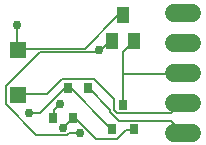
<source format=gbr>
G04 EAGLE Gerber RS-274X export*
G75*
%MOMM*%
%FSLAX34Y34*%
%LPD*%
%INBottom Copper*%
%IPPOS*%
%AMOC8*
5,1,8,0,0,1.08239X$1,22.5*%
G01*
%ADD10R,1.400000X1.400000*%
%ADD11R,0.762000X0.939800*%
%ADD12C,1.524000*%
%ADD13R,1.000000X1.400000*%
%ADD14R,0.800000X0.900000*%
%ADD15C,0.152400*%
%ADD16C,0.756400*%


D10*
X40640Y52120D03*
X40640Y90120D03*
D11*
X70358Y33020D03*
X87122Y33020D03*
X99822Y58420D03*
X83058Y58420D03*
D12*
X172720Y20320D02*
X187960Y20320D01*
X187960Y45720D02*
X172720Y45720D01*
X172720Y71120D02*
X187960Y71120D01*
X187960Y96520D02*
X172720Y96520D01*
X172720Y121920D02*
X187960Y121920D01*
D13*
X139040Y98220D03*
X120040Y98220D03*
X129540Y120220D03*
D14*
X139040Y23020D03*
X120040Y23020D03*
X129540Y44020D03*
D15*
X92964Y19812D02*
X83820Y19812D01*
X82296Y18288D01*
X56388Y18288D01*
X30480Y44196D01*
X30480Y59436D01*
X59436Y88392D01*
X109728Y88392D01*
X111252Y89916D02*
X118872Y97536D01*
X111252Y89916D02*
X109728Y88392D01*
X118872Y97536D02*
X120040Y98220D01*
X111252Y89916D02*
X109728Y89916D01*
D16*
X92964Y19812D03*
X109728Y89916D03*
D15*
X100584Y57912D02*
X118872Y39624D01*
X118872Y38100D01*
X126492Y30480D01*
X170688Y30480D01*
X179832Y21336D01*
X100584Y57912D02*
X99822Y58420D01*
X179832Y21336D02*
X180340Y20320D01*
X65532Y53340D02*
X41148Y53340D01*
X65532Y53340D02*
X77724Y65532D01*
X105156Y65532D01*
X121920Y48768D01*
X121920Y39624D01*
X124968Y36576D01*
X170688Y36576D01*
X179832Y45720D01*
X41148Y53340D02*
X40640Y52120D01*
X179832Y45720D02*
X180340Y45720D01*
X97536Y91440D02*
X41148Y91440D01*
X97536Y91440D02*
X124968Y118872D01*
X129540Y118872D01*
X41148Y91440D02*
X40640Y90120D01*
X129540Y118872D02*
X129540Y120220D01*
X39624Y111252D02*
X39624Y91440D01*
X40640Y90120D01*
D16*
X39624Y111252D03*
D15*
X86868Y32004D02*
X79248Y24384D01*
X86868Y32004D02*
X87122Y33020D01*
X132588Y22860D02*
X138684Y22860D01*
X132588Y22860D02*
X124968Y15240D01*
X106680Y15240D01*
X88392Y33528D01*
X138684Y22860D02*
X139040Y23020D01*
X88392Y33528D02*
X87122Y33020D01*
D16*
X79248Y24384D03*
D15*
X59436Y36576D02*
X50292Y36576D01*
X59436Y36576D02*
X82296Y59436D01*
X83058Y58420D01*
X83820Y59436D02*
X118872Y24384D01*
X120040Y23020D01*
X83058Y58420D02*
X83820Y59436D01*
D16*
X50292Y36576D03*
D15*
X129540Y70104D02*
X129540Y88392D01*
X129540Y70104D02*
X129540Y44020D01*
X129540Y88392D02*
X138684Y97536D01*
X139040Y98220D01*
X129540Y70104D02*
X179832Y70104D01*
X180340Y71120D01*
X71628Y39624D02*
X71628Y33528D01*
X71628Y39624D02*
X76200Y44196D01*
X71628Y33528D02*
X70358Y33020D01*
D16*
X76200Y44196D03*
M02*

</source>
